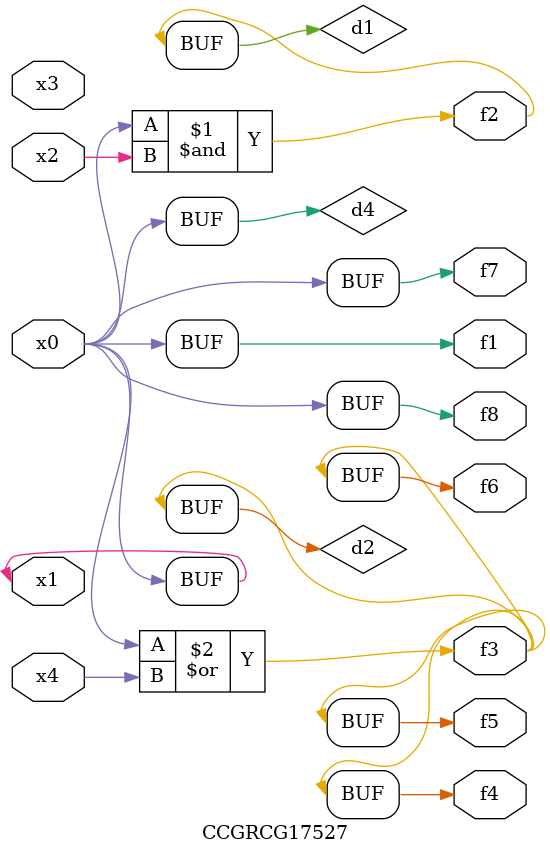
<source format=v>
module CCGRCG17527(
	input x0, x1, x2, x3, x4,
	output f1, f2, f3, f4, f5, f6, f7, f8
);

	wire d1, d2, d3, d4;

	and (d1, x0, x2);
	or (d2, x0, x4);
	nand (d3, x0, x2);
	buf (d4, x0, x1);
	assign f1 = d4;
	assign f2 = d1;
	assign f3 = d2;
	assign f4 = d2;
	assign f5 = d2;
	assign f6 = d2;
	assign f7 = d4;
	assign f8 = d4;
endmodule

</source>
